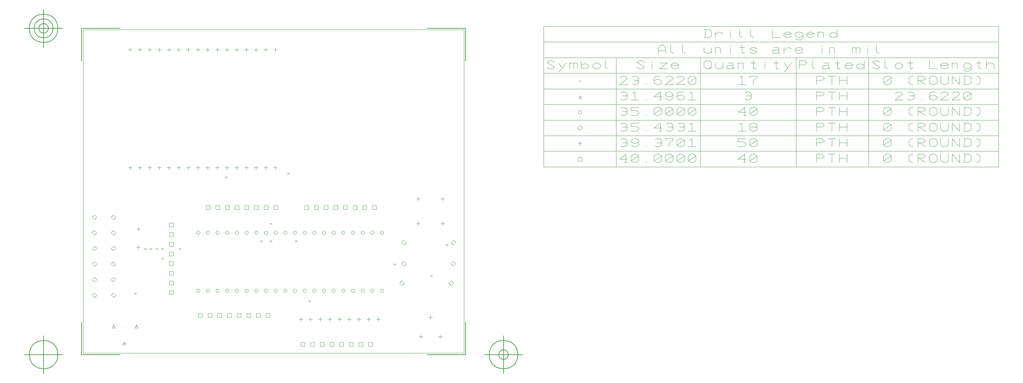
<source format=gbr>
G04 Generated by Ultiboard 13.0 *
%FSLAX24Y24*%
%MOIN*%

%ADD10C,0.0001*%
%ADD11C,0.0039*%
%ADD12C,0.0004*%
%ADD13C,0.0001*%
%ADD14C,0.0050*%


G04 ColorRGB 000000 for the following layer *
%LNDrill Symbols-Copper Top-Copper Bottom*%
%LPD*%
G54D11*
X34424Y15980D02*
X34817Y15980D01*
X34620Y15783D02*
X34620Y16176D01*
X34620Y13224D02*
X34620Y13617D01*
X34424Y13420D02*
X34817Y13420D01*
X37180Y15783D02*
X37180Y16176D01*
X36983Y15980D02*
X37376Y15980D01*
X36983Y13420D02*
X37376Y13420D01*
X37180Y13224D02*
X37180Y13617D01*
X5503Y12861D02*
X5897Y12861D01*
X5700Y12664D02*
X5700Y13057D01*
X5700Y10743D02*
X5700Y11136D01*
X5503Y10939D02*
X5897Y10939D01*
X30500Y3303D02*
X30500Y3697D01*
X30303Y3500D02*
X30697Y3500D01*
X29500Y3303D02*
X29500Y3697D01*
X29303Y3500D02*
X29697Y3500D01*
X28303Y3500D02*
X28697Y3500D01*
X28500Y3303D02*
X28500Y3697D01*
X27303Y3500D02*
X27697Y3500D01*
X27500Y3303D02*
X27500Y3697D01*
X26303Y3500D02*
X26697Y3500D01*
X26500Y3303D02*
X26500Y3697D01*
X25500Y3303D02*
X25500Y3697D01*
X25303Y3500D02*
X25697Y3500D01*
X24303Y3500D02*
X24697Y3500D01*
X24500Y3303D02*
X24500Y3697D01*
X23500Y3303D02*
X23500Y3697D01*
X23303Y3500D02*
X23697Y3500D01*
X22303Y3500D02*
X22697Y3500D01*
X22500Y3303D02*
X22500Y3697D01*
X34703Y1700D02*
X35097Y1700D01*
X34900Y1503D02*
X34900Y1897D01*
X36703Y1700D02*
X37097Y1700D01*
X36900Y1503D02*
X36900Y1897D01*
X35900Y3503D02*
X35900Y3897D01*
X35703Y3700D02*
X36097Y3700D01*
X4868Y19001D02*
X4868Y19394D01*
X4672Y19198D02*
X5065Y19198D01*
X5672Y19198D02*
X6065Y19198D01*
X5868Y19001D02*
X5868Y19394D01*
X6672Y19198D02*
X7065Y19198D01*
X6868Y19001D02*
X6868Y19394D01*
X7672Y19198D02*
X8065Y19198D01*
X7868Y19001D02*
X7868Y19394D01*
X8868Y19001D02*
X8868Y19394D01*
X8672Y19198D02*
X9065Y19198D01*
X9868Y19001D02*
X9868Y19394D01*
X9672Y19198D02*
X10065Y19198D01*
X10672Y19198D02*
X11065Y19198D01*
X10868Y19001D02*
X10868Y19394D01*
X11672Y19198D02*
X12065Y19198D01*
X11868Y19001D02*
X11868Y19394D01*
X12868Y19001D02*
X12868Y19394D01*
X12672Y19198D02*
X13065Y19198D01*
X13868Y19001D02*
X13868Y19394D01*
X13672Y19198D02*
X14065Y19198D01*
X14868Y19001D02*
X14868Y19394D01*
X14672Y19198D02*
X15065Y19198D01*
X15672Y19198D02*
X16065Y19198D01*
X15868Y19001D02*
X15868Y19394D01*
X16868Y19001D02*
X16868Y19394D01*
X16672Y19198D02*
X17065Y19198D01*
X17672Y19198D02*
X18065Y19198D01*
X17868Y19001D02*
X17868Y19394D01*
X18672Y19198D02*
X19065Y19198D01*
X18868Y19001D02*
X18868Y19394D01*
X19868Y19001D02*
X19868Y19394D01*
X19672Y19198D02*
X20065Y19198D01*
X4672Y31402D02*
X5065Y31402D01*
X4868Y31206D02*
X4868Y31599D01*
X5672Y31402D02*
X6065Y31402D01*
X5868Y31206D02*
X5868Y31599D01*
X6672Y31402D02*
X7065Y31402D01*
X6868Y31206D02*
X6868Y31599D01*
X7672Y31402D02*
X8065Y31402D01*
X7868Y31206D02*
X7868Y31599D01*
X8672Y31402D02*
X9065Y31402D01*
X8868Y31206D02*
X8868Y31599D01*
X9672Y31402D02*
X10065Y31402D01*
X9868Y31206D02*
X9868Y31599D01*
X10868Y31206D02*
X10868Y31599D01*
X10672Y31402D02*
X11065Y31402D01*
X11868Y31206D02*
X11868Y31599D01*
X11672Y31402D02*
X12065Y31402D01*
X12868Y31206D02*
X12868Y31599D01*
X12672Y31402D02*
X13065Y31402D01*
X13868Y31206D02*
X13868Y31599D01*
X13672Y31402D02*
X14065Y31402D01*
X14672Y31402D02*
X15065Y31402D01*
X14868Y31206D02*
X14868Y31599D01*
X15868Y31206D02*
X15868Y31599D01*
X15672Y31402D02*
X16065Y31402D01*
X16672Y31402D02*
X17065Y31402D01*
X16868Y31206D02*
X16868Y31599D01*
X17672Y31402D02*
X18065Y31402D01*
X17868Y31206D02*
X17868Y31599D01*
X18672Y31402D02*
X19065Y31402D01*
X18868Y31206D02*
X18868Y31599D01*
X19868Y31206D02*
X19868Y31599D01*
X19672Y31402D02*
X20065Y31402D01*
X12705Y14867D02*
X13105Y14867D01*
X13105Y15267D01*
X12705Y15267D01*
X12705Y14867D01*
X13705Y14867D02*
X14105Y14867D01*
X14105Y15267D01*
X13705Y15267D01*
X13705Y14867D01*
X14705Y14867D02*
X15105Y14867D01*
X15105Y15267D01*
X14705Y15267D01*
X14705Y14867D01*
X15705Y14867D02*
X16105Y14867D01*
X16105Y15267D01*
X15705Y15267D01*
X15705Y14867D01*
X16705Y14867D02*
X17105Y14867D01*
X17105Y15267D01*
X16705Y15267D01*
X16705Y14867D01*
X17705Y14867D02*
X18105Y14867D01*
X18105Y15267D01*
X17705Y15267D01*
X17705Y14867D01*
X18705Y14867D02*
X19105Y14867D01*
X19105Y15267D01*
X18705Y15267D01*
X18705Y14867D01*
X19705Y14867D02*
X20105Y14867D01*
X20105Y15267D01*
X19705Y15267D01*
X19705Y14867D01*
X22905Y14867D02*
X23305Y14867D01*
X23305Y15267D01*
X22905Y15267D01*
X22905Y14867D01*
X23905Y14867D02*
X24305Y14867D01*
X24305Y15267D01*
X23905Y15267D01*
X23905Y14867D01*
X24905Y14867D02*
X25305Y14867D01*
X25305Y15267D01*
X24905Y15267D01*
X24905Y14867D01*
X25905Y14867D02*
X26305Y14867D01*
X26305Y15267D01*
X25905Y15267D01*
X25905Y14867D01*
X26905Y14867D02*
X27305Y14867D01*
X27305Y15267D01*
X26905Y15267D01*
X26905Y14867D01*
X27905Y14867D02*
X28305Y14867D01*
X28305Y15267D01*
X27905Y15267D01*
X27905Y14867D01*
X28905Y14867D02*
X29305Y14867D01*
X29305Y15267D01*
X28905Y15267D01*
X28905Y14867D01*
X29905Y14867D02*
X30305Y14867D01*
X30305Y15267D01*
X29905Y15267D01*
X29905Y14867D01*
X8905Y6067D02*
X9305Y6067D01*
X9305Y6467D01*
X8905Y6467D01*
X8905Y6067D01*
X8905Y7067D02*
X9305Y7067D01*
X9305Y7467D01*
X8905Y7467D01*
X8905Y7067D01*
X8905Y8067D02*
X9305Y8067D01*
X9305Y8467D01*
X8905Y8467D01*
X8905Y8067D01*
X8905Y9067D02*
X9305Y9067D01*
X9305Y9467D01*
X8905Y9467D01*
X8905Y9067D01*
X8905Y10067D02*
X9305Y10067D01*
X9305Y10467D01*
X8905Y10467D01*
X8905Y10067D01*
X8905Y11067D02*
X9305Y11067D01*
X9305Y11467D01*
X8905Y11467D01*
X8905Y11067D01*
X8905Y12067D02*
X9305Y12067D01*
X9305Y12467D01*
X8905Y12467D01*
X8905Y12067D01*
X8905Y13067D02*
X9305Y13067D01*
X9305Y13467D01*
X8905Y13467D01*
X8905Y13067D01*
X29500Y700D02*
X29900Y700D01*
X29900Y1100D01*
X29500Y1100D01*
X29500Y700D01*
X28500Y700D02*
X28900Y700D01*
X28900Y1100D01*
X28500Y1100D01*
X28500Y700D01*
X27500Y700D02*
X27900Y700D01*
X27900Y1100D01*
X27500Y1100D01*
X27500Y700D01*
X26500Y700D02*
X26900Y700D01*
X26900Y1100D01*
X26500Y1100D01*
X26500Y700D01*
X25500Y700D02*
X25900Y700D01*
X25900Y1100D01*
X25500Y1100D01*
X25500Y700D01*
X24500Y700D02*
X24900Y700D01*
X24900Y1100D01*
X24500Y1100D01*
X24500Y700D01*
X23500Y700D02*
X23900Y700D01*
X23900Y1100D01*
X23500Y1100D01*
X23500Y700D01*
X22500Y700D02*
X22900Y700D01*
X22900Y1100D01*
X22500Y1100D01*
X22500Y700D01*
X18900Y3700D02*
X19300Y3700D01*
X19300Y4100D01*
X18900Y4100D01*
X18900Y3700D01*
X17900Y3700D02*
X18300Y3700D01*
X18300Y4100D01*
X17900Y4100D01*
X17900Y3700D01*
X16900Y3700D02*
X17300Y3700D01*
X17300Y4100D01*
X16900Y4100D01*
X16900Y3700D01*
X15900Y3700D02*
X16300Y3700D01*
X16300Y4100D01*
X15900Y4100D01*
X15900Y3700D01*
X14900Y3700D02*
X15300Y3700D01*
X15300Y4100D01*
X14900Y4100D01*
X14900Y3700D01*
X13900Y3700D02*
X14300Y3700D01*
X14300Y4100D01*
X13900Y4100D01*
X13900Y3700D01*
X12900Y3700D02*
X13300Y3700D01*
X13300Y4100D01*
X12900Y4100D01*
X12900Y3700D01*
X11900Y3700D02*
X12300Y3700D01*
X12300Y4100D01*
X11900Y4100D01*
X11900Y3700D01*
X56246Y20091D02*
X55458Y20091D01*
X56115Y20597D01*
X56115Y19753D01*
X55983Y19753D02*
X56246Y19753D01*
X56640Y20428D02*
X56902Y20597D01*
X57164Y20597D01*
X57427Y20428D01*
X57427Y19922D01*
X57164Y19753D01*
X56902Y19753D01*
X56640Y19922D01*
X56640Y20428D01*
X57427Y20428D02*
X56640Y19922D01*
X58214Y19753D02*
X58214Y19838D01*
X59002Y20428D02*
X59264Y20597D01*
X59527Y20597D01*
X59789Y20428D01*
X59789Y19922D01*
X59527Y19753D01*
X59264Y19753D01*
X59002Y19922D01*
X59002Y20428D01*
X59789Y20428D02*
X59002Y19922D01*
X60183Y20428D02*
X60445Y20597D01*
X60708Y20597D01*
X60970Y20428D01*
X60970Y19922D01*
X60708Y19753D01*
X60445Y19753D01*
X60183Y19922D01*
X60183Y20428D01*
X60970Y20428D02*
X60183Y19922D01*
X61364Y20428D02*
X61626Y20597D01*
X61889Y20597D01*
X62151Y20428D01*
X62151Y19922D01*
X61889Y19753D01*
X61626Y19753D01*
X61364Y19922D01*
X61364Y20428D01*
X62151Y20428D02*
X61364Y19922D01*
X62545Y20428D02*
X62807Y20597D01*
X63070Y20597D01*
X63332Y20428D01*
X63332Y19922D01*
X63070Y19753D01*
X62807Y19753D01*
X62545Y19922D01*
X62545Y20428D01*
X63332Y20428D02*
X62545Y19922D01*
X68490Y20091D02*
X67702Y20091D01*
X68359Y20597D01*
X68359Y19753D01*
X68227Y19753D02*
X68490Y19753D01*
X68884Y20428D02*
X69146Y20597D01*
X69409Y20597D01*
X69671Y20428D01*
X69671Y19922D01*
X69409Y19753D01*
X69146Y19753D01*
X68884Y19922D01*
X68884Y20428D01*
X69671Y20428D02*
X68884Y19922D01*
X75813Y19753D02*
X75813Y20597D01*
X76338Y20597D01*
X76600Y20428D01*
X76600Y20344D01*
X76338Y20175D01*
X75813Y20175D01*
X77388Y19753D02*
X77388Y20597D01*
X76994Y20597D02*
X77781Y20597D01*
X78175Y19753D02*
X78175Y20597D01*
X78962Y19753D02*
X78962Y20597D01*
X78175Y20175D02*
X78962Y20175D01*
X82742Y20428D02*
X83004Y20597D01*
X83267Y20597D01*
X83529Y20428D01*
X83529Y19922D01*
X83267Y19753D01*
X83004Y19753D01*
X82742Y19922D01*
X82742Y20428D01*
X83529Y20428D02*
X82742Y19922D01*
X85760Y19753D02*
X85629Y19753D01*
X85367Y19922D01*
X85367Y20428D01*
X85629Y20597D01*
X85760Y20597D01*
X86285Y19753D02*
X86285Y20597D01*
X86810Y20597D01*
X87073Y20428D01*
X87073Y20344D01*
X86810Y20175D01*
X86285Y20175D01*
X86416Y20175D02*
X87073Y19753D01*
X87466Y19922D02*
X87729Y19753D01*
X87991Y19753D01*
X88254Y19922D01*
X88254Y20428D01*
X87991Y20597D01*
X87729Y20597D01*
X87466Y20428D01*
X87466Y19922D01*
X88647Y20597D02*
X88647Y19922D01*
X88910Y19753D01*
X89172Y19753D01*
X89435Y19922D01*
X89435Y20597D01*
X89828Y19753D02*
X89828Y20597D01*
X90616Y19753D01*
X90616Y20597D01*
X91010Y19753D02*
X91535Y19753D01*
X91797Y19922D01*
X91797Y20428D01*
X91535Y20597D01*
X91010Y20597D01*
X91141Y20597D02*
X91141Y19753D01*
X92322Y20597D02*
X92453Y20597D01*
X92716Y20428D01*
X92716Y19922D01*
X92453Y19753D01*
X92322Y19753D01*
X51151Y19891D02*
X51551Y19891D01*
X51551Y20291D01*
X51151Y20291D01*
X51151Y19891D01*
X55590Y22127D02*
X55721Y22211D01*
X55983Y22211D01*
X56246Y22043D01*
X56246Y21874D01*
X56115Y21789D01*
X56246Y21705D01*
X56246Y21536D01*
X55983Y21368D01*
X55721Y21368D01*
X55590Y21452D01*
X55721Y21789D02*
X56115Y21789D01*
X56640Y21536D02*
X56902Y21368D01*
X57164Y21368D01*
X57427Y21536D01*
X57427Y21874D01*
X57427Y22043D01*
X57164Y22211D01*
X56902Y22211D01*
X56640Y22043D01*
X56640Y21874D01*
X56902Y21705D01*
X57164Y21705D01*
X57427Y21874D01*
X58214Y21368D02*
X58214Y21452D01*
X59133Y22127D02*
X59264Y22211D01*
X59527Y22211D01*
X59789Y22043D01*
X59789Y21874D01*
X59658Y21789D01*
X59789Y21705D01*
X59789Y21536D01*
X59527Y21368D01*
X59264Y21368D01*
X59133Y21452D01*
X59264Y21789D02*
X59658Y21789D01*
X60577Y21368D02*
X60577Y21789D01*
X60970Y22043D01*
X60970Y22211D01*
X60183Y22211D01*
X60183Y22043D01*
X61364Y22043D02*
X61626Y22211D01*
X61889Y22211D01*
X62151Y22043D01*
X62151Y21536D01*
X61889Y21368D01*
X61626Y21368D01*
X61364Y21536D01*
X61364Y22043D01*
X62151Y22043D02*
X61364Y21536D01*
X62676Y22043D02*
X62939Y22211D01*
X62939Y21368D01*
X62545Y21368D02*
X63332Y21368D01*
X68490Y22211D02*
X67702Y22211D01*
X67702Y21874D01*
X68227Y21874D01*
X68490Y21705D01*
X68490Y21536D01*
X68227Y21368D01*
X67702Y21368D01*
X68884Y22043D02*
X69146Y22211D01*
X69409Y22211D01*
X69671Y22043D01*
X69671Y21536D01*
X69409Y21368D01*
X69146Y21368D01*
X68884Y21536D01*
X68884Y22043D01*
X69671Y22043D02*
X68884Y21536D01*
X75813Y21368D02*
X75813Y22211D01*
X76338Y22211D01*
X76600Y22043D01*
X76600Y21958D01*
X76338Y21789D01*
X75813Y21789D01*
X77388Y21368D02*
X77388Y22211D01*
X76994Y22211D02*
X77781Y22211D01*
X78175Y21368D02*
X78175Y22211D01*
X78962Y21368D02*
X78962Y22211D01*
X78175Y21789D02*
X78962Y21789D01*
X82742Y22043D02*
X83004Y22211D01*
X83267Y22211D01*
X83529Y22043D01*
X83529Y21536D01*
X83267Y21368D01*
X83004Y21368D01*
X82742Y21536D01*
X82742Y22043D01*
X83529Y22043D02*
X82742Y21536D01*
X85760Y21368D02*
X85629Y21368D01*
X85367Y21536D01*
X85367Y22043D01*
X85629Y22211D01*
X85760Y22211D01*
X86285Y21368D02*
X86285Y22211D01*
X86810Y22211D01*
X87073Y22043D01*
X87073Y21958D01*
X86810Y21789D01*
X86285Y21789D01*
X86416Y21789D02*
X87073Y21368D01*
X87466Y21536D02*
X87729Y21368D01*
X87991Y21368D01*
X88254Y21536D01*
X88254Y22043D01*
X87991Y22211D01*
X87729Y22211D01*
X87466Y22043D01*
X87466Y21536D01*
X88647Y22211D02*
X88647Y21536D01*
X88910Y21368D01*
X89172Y21368D01*
X89435Y21536D01*
X89435Y22211D01*
X89828Y21368D02*
X89828Y22211D01*
X90616Y21368D01*
X90616Y22211D01*
X91010Y21368D02*
X91535Y21368D01*
X91797Y21536D01*
X91797Y22043D01*
X91535Y22211D01*
X91010Y22211D01*
X91141Y22211D02*
X91141Y21368D01*
X92322Y22211D02*
X92453Y22211D01*
X92716Y22043D01*
X92716Y21536D01*
X92453Y21368D01*
X92322Y21368D01*
X51351Y21508D02*
X51351Y21902D01*
X51154Y21705D02*
X51548Y21705D01*
X55590Y23741D02*
X55721Y23825D01*
X55983Y23825D01*
X56246Y23657D01*
X56246Y23488D01*
X56115Y23404D01*
X56246Y23319D01*
X56246Y23151D01*
X55983Y22982D01*
X55721Y22982D01*
X55590Y23066D01*
X55721Y23404D02*
X56115Y23404D01*
X57427Y23825D02*
X56640Y23825D01*
X56640Y23488D01*
X57164Y23488D01*
X57427Y23319D01*
X57427Y23151D01*
X57164Y22982D01*
X56640Y22982D01*
X58214Y22982D02*
X58214Y23066D01*
X59789Y23319D02*
X59002Y23319D01*
X59658Y23825D01*
X59658Y22982D01*
X59527Y22982D02*
X59789Y22982D01*
X60314Y23741D02*
X60445Y23825D01*
X60708Y23825D01*
X60970Y23657D01*
X60970Y23488D01*
X60839Y23404D01*
X60970Y23319D01*
X60970Y23151D01*
X60708Y22982D01*
X60445Y22982D01*
X60314Y23066D01*
X60445Y23404D02*
X60839Y23404D01*
X61495Y23741D02*
X61626Y23825D01*
X61889Y23825D01*
X62151Y23657D01*
X62151Y23488D01*
X62020Y23404D01*
X62151Y23319D01*
X62151Y23151D01*
X61889Y22982D01*
X61626Y22982D01*
X61495Y23066D01*
X61626Y23404D02*
X62020Y23404D01*
X62676Y23657D02*
X62939Y23825D01*
X62939Y22982D01*
X62545Y22982D02*
X63332Y22982D01*
X67834Y23657D02*
X68096Y23825D01*
X68096Y22982D01*
X67702Y22982D02*
X68490Y22982D01*
X69409Y22982D02*
X69146Y22982D01*
X68884Y23151D01*
X68884Y23319D01*
X69015Y23404D01*
X68884Y23488D01*
X68884Y23657D01*
X69146Y23825D01*
X69409Y23825D01*
X69671Y23657D01*
X69671Y23488D01*
X69540Y23404D01*
X69671Y23319D01*
X69671Y23151D01*
X69409Y22982D01*
X69015Y23404D02*
X69540Y23404D01*
X75813Y22982D02*
X75813Y23825D01*
X76338Y23825D01*
X76600Y23657D01*
X76600Y23572D01*
X76338Y23404D01*
X75813Y23404D01*
X77388Y22982D02*
X77388Y23825D01*
X76994Y23825D02*
X77781Y23825D01*
X78175Y22982D02*
X78175Y23825D01*
X78962Y22982D02*
X78962Y23825D01*
X78175Y23404D02*
X78962Y23404D01*
X82742Y23657D02*
X83004Y23825D01*
X83267Y23825D01*
X83529Y23657D01*
X83529Y23151D01*
X83267Y22982D01*
X83004Y22982D01*
X82742Y23151D01*
X82742Y23657D01*
X83529Y23657D02*
X82742Y23151D01*
X85760Y22982D02*
X85629Y22982D01*
X85367Y23151D01*
X85367Y23657D01*
X85629Y23825D01*
X85760Y23825D01*
X86285Y22982D02*
X86285Y23825D01*
X86810Y23825D01*
X87073Y23657D01*
X87073Y23572D01*
X86810Y23404D01*
X86285Y23404D01*
X86416Y23404D02*
X87073Y22982D01*
X87466Y23151D02*
X87729Y22982D01*
X87991Y22982D01*
X88254Y23151D01*
X88254Y23657D01*
X87991Y23825D01*
X87729Y23825D01*
X87466Y23657D01*
X87466Y23151D01*
X88647Y23825D02*
X88647Y23151D01*
X88910Y22982D01*
X89172Y22982D01*
X89435Y23151D01*
X89435Y23825D01*
X89828Y22982D02*
X89828Y23825D01*
X90616Y22982D01*
X90616Y23825D01*
X91010Y22982D02*
X91535Y22982D01*
X91797Y23151D01*
X91797Y23657D01*
X91535Y23825D01*
X91010Y23825D01*
X91141Y23825D02*
X91141Y22982D01*
X92322Y23825D02*
X92453Y23825D01*
X92716Y23657D01*
X92716Y23151D01*
X92453Y22982D01*
X92322Y22982D01*
X55590Y25355D02*
X55721Y25440D01*
X55983Y25440D01*
X56246Y25271D01*
X56246Y25102D01*
X56115Y25018D01*
X56246Y24933D01*
X56246Y24765D01*
X55983Y24596D01*
X55721Y24596D01*
X55590Y24680D01*
X55721Y25018D02*
X56115Y25018D01*
X57427Y25440D02*
X56640Y25440D01*
X56640Y25102D01*
X57164Y25102D01*
X57427Y24933D01*
X57427Y24765D01*
X57164Y24596D01*
X56640Y24596D01*
X58214Y24596D02*
X58214Y24680D01*
X59002Y25271D02*
X59264Y25440D01*
X59527Y25440D01*
X59789Y25271D01*
X59789Y24765D01*
X59527Y24596D01*
X59264Y24596D01*
X59002Y24765D01*
X59002Y25271D01*
X59789Y25271D02*
X59002Y24765D01*
X60183Y25271D02*
X60445Y25440D01*
X60708Y25440D01*
X60970Y25271D01*
X60970Y24765D01*
X60708Y24596D01*
X60445Y24596D01*
X60183Y24765D01*
X60183Y25271D01*
X60970Y25271D02*
X60183Y24765D01*
X61364Y25271D02*
X61626Y25440D01*
X61889Y25440D01*
X62151Y25271D01*
X62151Y24765D01*
X61889Y24596D01*
X61626Y24596D01*
X61364Y24765D01*
X61364Y25271D01*
X62151Y25271D02*
X61364Y24765D01*
X62545Y25271D02*
X62807Y25440D01*
X63070Y25440D01*
X63332Y25271D01*
X63332Y24765D01*
X63070Y24596D01*
X62807Y24596D01*
X62545Y24765D01*
X62545Y25271D01*
X63332Y25271D02*
X62545Y24765D01*
X68490Y24933D02*
X67702Y24933D01*
X68359Y25440D01*
X68359Y24596D01*
X68227Y24596D02*
X68490Y24596D01*
X68884Y25271D02*
X69146Y25440D01*
X69409Y25440D01*
X69671Y25271D01*
X69671Y24765D01*
X69409Y24596D01*
X69146Y24596D01*
X68884Y24765D01*
X68884Y25271D01*
X69671Y25271D02*
X68884Y24765D01*
X75813Y24596D02*
X75813Y25440D01*
X76338Y25440D01*
X76600Y25271D01*
X76600Y25187D01*
X76338Y25018D01*
X75813Y25018D01*
X77388Y24596D02*
X77388Y25440D01*
X76994Y25440D02*
X77781Y25440D01*
X78175Y24596D02*
X78175Y25440D01*
X78962Y24596D02*
X78962Y25440D01*
X78175Y25018D02*
X78962Y25018D01*
X82742Y25271D02*
X83004Y25440D01*
X83267Y25440D01*
X83529Y25271D01*
X83529Y24765D01*
X83267Y24596D01*
X83004Y24596D01*
X82742Y24765D01*
X82742Y25271D01*
X83529Y25271D02*
X82742Y24765D01*
X85760Y24596D02*
X85629Y24596D01*
X85367Y24765D01*
X85367Y25271D01*
X85629Y25440D01*
X85760Y25440D01*
X86285Y24596D02*
X86285Y25440D01*
X86810Y25440D01*
X87073Y25271D01*
X87073Y25187D01*
X86810Y25018D01*
X86285Y25018D01*
X86416Y25018D02*
X87073Y24596D01*
X87466Y24765D02*
X87729Y24596D01*
X87991Y24596D01*
X88254Y24765D01*
X88254Y25271D01*
X87991Y25440D01*
X87729Y25440D01*
X87466Y25271D01*
X87466Y24765D01*
X88647Y25440D02*
X88647Y24765D01*
X88910Y24596D01*
X89172Y24596D01*
X89435Y24765D01*
X89435Y25440D01*
X89828Y24596D02*
X89828Y25440D01*
X90616Y24596D01*
X90616Y25440D01*
X91010Y24596D02*
X91535Y24596D01*
X91797Y24765D01*
X91797Y25271D01*
X91535Y25440D01*
X91010Y25440D01*
X91141Y25440D02*
X91141Y24596D01*
X92322Y25440D02*
X92453Y25440D01*
X92716Y25271D01*
X92716Y24765D01*
X92453Y24596D01*
X92322Y24596D01*
X55590Y26969D02*
X55721Y27054D01*
X55983Y27054D01*
X56246Y26885D01*
X56246Y26716D01*
X56115Y26632D01*
X56246Y26548D01*
X56246Y26379D01*
X55983Y26210D01*
X55721Y26210D01*
X55590Y26295D01*
X55721Y26632D02*
X56115Y26632D01*
X56771Y26885D02*
X57033Y27054D01*
X57033Y26210D01*
X56640Y26210D02*
X57427Y26210D01*
X58214Y26210D02*
X58214Y26295D01*
X59789Y26548D02*
X59002Y26548D01*
X59658Y27054D01*
X59658Y26210D01*
X59527Y26210D02*
X59789Y26210D01*
X60183Y26379D02*
X60445Y26210D01*
X60708Y26210D01*
X60970Y26379D01*
X60970Y26716D01*
X60970Y26885D01*
X60708Y27054D01*
X60445Y27054D01*
X60183Y26885D01*
X60183Y26716D01*
X60445Y26548D01*
X60708Y26548D01*
X60970Y26716D01*
X62020Y27054D02*
X61626Y27054D01*
X61364Y26885D01*
X61364Y26548D01*
X61364Y26379D01*
X61626Y26210D01*
X61889Y26210D01*
X62151Y26379D01*
X62151Y26548D01*
X61889Y26716D01*
X61626Y26716D01*
X61364Y26548D01*
X62676Y26885D02*
X62939Y27054D01*
X62939Y26210D01*
X62545Y26210D02*
X63332Y26210D01*
X68424Y26969D02*
X68556Y27054D01*
X68818Y27054D01*
X69080Y26885D01*
X69080Y26716D01*
X68949Y26632D01*
X69080Y26548D01*
X69080Y26379D01*
X68818Y26210D01*
X68556Y26210D01*
X68424Y26295D01*
X68556Y26632D02*
X68949Y26632D01*
X75813Y26210D02*
X75813Y27054D01*
X76338Y27054D01*
X76600Y26885D01*
X76600Y26801D01*
X76338Y26632D01*
X75813Y26632D01*
X77388Y26210D02*
X77388Y27054D01*
X76994Y27054D02*
X77781Y27054D01*
X78175Y26210D02*
X78175Y27054D01*
X78962Y26210D02*
X78962Y27054D01*
X78175Y26632D02*
X78962Y26632D01*
X83923Y26885D02*
X84185Y27054D01*
X84448Y27054D01*
X84710Y26885D01*
X84710Y26801D01*
X83923Y26210D01*
X84710Y26210D01*
X84710Y26295D01*
X85235Y26969D02*
X85367Y27054D01*
X85629Y27054D01*
X85891Y26885D01*
X85891Y26716D01*
X85760Y26632D01*
X85891Y26548D01*
X85891Y26379D01*
X85629Y26210D01*
X85367Y26210D01*
X85235Y26295D01*
X85367Y26632D02*
X85760Y26632D01*
X86679Y26210D02*
X86679Y26295D01*
X88122Y27054D02*
X87729Y27054D01*
X87466Y26885D01*
X87466Y26548D01*
X87466Y26379D01*
X87729Y26210D01*
X87991Y26210D01*
X88254Y26379D01*
X88254Y26548D01*
X87991Y26716D01*
X87729Y26716D01*
X87466Y26548D01*
X88647Y26885D02*
X88910Y27054D01*
X89172Y27054D01*
X89435Y26885D01*
X89435Y26801D01*
X88647Y26210D01*
X89435Y26210D01*
X89435Y26295D01*
X89828Y26885D02*
X90091Y27054D01*
X90353Y27054D01*
X90616Y26885D01*
X90616Y26801D01*
X89828Y26210D01*
X90616Y26210D01*
X90616Y26295D01*
X91010Y26885D02*
X91272Y27054D01*
X91535Y27054D01*
X91797Y26885D01*
X91797Y26379D01*
X91535Y26210D01*
X91272Y26210D01*
X91010Y26379D01*
X91010Y26885D01*
X91797Y26885D02*
X91010Y26379D01*
X55458Y28499D02*
X55721Y28668D01*
X55983Y28668D01*
X56246Y28499D01*
X56246Y28415D01*
X55458Y27824D01*
X56246Y27824D01*
X56246Y27909D01*
X56771Y28584D02*
X56902Y28668D01*
X57164Y28668D01*
X57427Y28499D01*
X57427Y28331D01*
X57296Y28246D01*
X57427Y28162D01*
X57427Y27993D01*
X57164Y27824D01*
X56902Y27824D01*
X56771Y27909D01*
X56902Y28246D02*
X57296Y28246D01*
X58214Y27824D02*
X58214Y27909D01*
X59658Y28668D02*
X59264Y28668D01*
X59002Y28499D01*
X59002Y28162D01*
X59002Y27993D01*
X59264Y27824D01*
X59527Y27824D01*
X59789Y27993D01*
X59789Y28162D01*
X59527Y28331D01*
X59264Y28331D01*
X59002Y28162D01*
X60183Y28499D02*
X60445Y28668D01*
X60708Y28668D01*
X60970Y28499D01*
X60970Y28415D01*
X60183Y27824D01*
X60970Y27824D01*
X60970Y27909D01*
X61364Y28499D02*
X61626Y28668D01*
X61889Y28668D01*
X62151Y28499D01*
X62151Y28415D01*
X61364Y27824D01*
X62151Y27824D01*
X62151Y27909D01*
X62545Y28499D02*
X62807Y28668D01*
X63070Y28668D01*
X63332Y28499D01*
X63332Y27993D01*
X63070Y27824D01*
X62807Y27824D01*
X62545Y27993D01*
X62545Y28499D01*
X63332Y28499D02*
X62545Y27993D01*
X67834Y28499D02*
X68096Y28668D01*
X68096Y27824D01*
X67702Y27824D02*
X68490Y27824D01*
X69277Y27824D02*
X69277Y28246D01*
X69671Y28499D01*
X69671Y28668D01*
X68884Y28668D01*
X68884Y28499D01*
X75813Y27824D02*
X75813Y28668D01*
X76338Y28668D01*
X76600Y28499D01*
X76600Y28415D01*
X76338Y28246D01*
X75813Y28246D01*
X77388Y27824D02*
X77388Y28668D01*
X76994Y28668D02*
X77781Y28668D01*
X78175Y27824D02*
X78175Y28668D01*
X78962Y27824D02*
X78962Y28668D01*
X78175Y28246D02*
X78962Y28246D01*
X82742Y28499D02*
X83004Y28668D01*
X83267Y28668D01*
X83529Y28499D01*
X83529Y27993D01*
X83267Y27824D01*
X83004Y27824D01*
X82742Y27993D01*
X82742Y28499D01*
X83529Y28499D02*
X82742Y27993D01*
X85760Y27824D02*
X85629Y27824D01*
X85367Y27993D01*
X85367Y28499D01*
X85629Y28668D01*
X85760Y28668D01*
X86285Y27824D02*
X86285Y28668D01*
X86810Y28668D01*
X87073Y28499D01*
X87073Y28415D01*
X86810Y28246D01*
X86285Y28246D01*
X86416Y28246D02*
X87073Y27824D01*
X87466Y27993D02*
X87729Y27824D01*
X87991Y27824D01*
X88254Y27993D01*
X88254Y28499D01*
X87991Y28668D01*
X87729Y28668D01*
X87466Y28499D01*
X87466Y27993D01*
X88647Y28668D02*
X88647Y27993D01*
X88910Y27824D01*
X89172Y27824D01*
X89435Y27993D01*
X89435Y28668D01*
X89828Y27824D02*
X89828Y28668D01*
X90616Y27824D01*
X90616Y28668D01*
X91010Y27824D02*
X91535Y27824D01*
X91797Y27993D01*
X91797Y28499D01*
X91535Y28668D01*
X91010Y28668D01*
X91141Y28668D02*
X91141Y27824D01*
X92322Y28668D02*
X92453Y28668D01*
X92716Y28499D01*
X92716Y27993D01*
X92453Y27824D01*
X92322Y27824D01*
G54D12*
X32116Y9284D02*
X32284Y9116D01*
X32116Y9116D02*
X32284Y9284D01*
X21116Y18684D02*
X21284Y18516D01*
X21116Y18516D02*
X21284Y18684D01*
X23316Y5484D02*
X23484Y5316D01*
X23316Y5316D02*
X23484Y5484D01*
X18316Y11684D02*
X18484Y11516D01*
X18316Y11516D02*
X18484Y11684D01*
X14716Y18284D02*
X14884Y18116D01*
X14716Y18116D02*
X14884Y18284D01*
X5316Y6284D02*
X5484Y6116D01*
X5316Y6116D02*
X5484Y6284D01*
X7516Y10884D02*
X7684Y10716D01*
X7516Y10716D02*
X7684Y10884D01*
X6316Y10716D02*
X6484Y10884D01*
X6316Y10884D02*
X6484Y10716D01*
X9916Y10884D02*
X10084Y10716D01*
X9916Y10716D02*
X10084Y10884D01*
X8116Y10884D02*
X8284Y10716D01*
X8116Y10716D02*
X8284Y10884D01*
X35916Y7916D02*
X36084Y8084D01*
X35916Y8084D02*
X36084Y7916D01*
X37516Y11284D02*
X37684Y11116D01*
X37516Y11116D02*
X37684Y11284D01*
X21916Y11684D02*
X22084Y11516D01*
X21916Y11516D02*
X22084Y11684D01*
X8116Y9884D02*
X8284Y9716D01*
X8116Y9716D02*
X8284Y9884D01*
X19316Y11684D02*
X19484Y11516D01*
X19316Y11516D02*
X19484Y11684D01*
X19316Y13316D02*
X19484Y13484D01*
X19316Y13484D02*
X19484Y13316D01*
X6916Y10884D02*
X7084Y10716D01*
X6916Y10716D02*
X7084Y10884D01*
X25730Y12467D02*
G75*
D01*
G02X25730Y12467I175J0*
G01*
X25730Y6467D02*
G75*
D01*
G02X25730Y6467I175J0*
G01*
X28730Y6467D02*
G75*
D01*
G02X28730Y6467I175J0*
G01*
X29730Y6467D02*
G75*
D01*
G02X29730Y6467I175J0*
G01*
X30730Y6467D02*
G75*
D01*
G02X30730Y6467I175J0*
G01*
X26730Y6467D02*
G75*
D01*
G02X26730Y6467I175J0*
G01*
X27730Y6467D02*
G75*
D01*
G02X27730Y6467I175J0*
G01*
X19730Y6467D02*
G75*
D01*
G02X19730Y6467I175J0*
G01*
X22730Y6467D02*
G75*
D01*
G02X22730Y6467I175J0*
G01*
X23730Y6467D02*
G75*
D01*
G02X23730Y6467I175J0*
G01*
X24730Y6467D02*
G75*
D01*
G02X24730Y6467I175J0*
G01*
X20730Y6467D02*
G75*
D01*
G02X20730Y6467I175J0*
G01*
X21730Y6467D02*
G75*
D01*
G02X21730Y6467I175J0*
G01*
X16730Y6467D02*
G75*
D01*
G02X16730Y6467I175J0*
G01*
X17730Y6467D02*
G75*
D01*
G02X17730Y6467I175J0*
G01*
X18730Y6467D02*
G75*
D01*
G02X18730Y6467I175J0*
G01*
X13730Y6467D02*
G75*
D01*
G02X13730Y6467I175J0*
G01*
X14730Y6467D02*
G75*
D01*
G02X14730Y6467I175J0*
G01*
X15730Y6467D02*
G75*
D01*
G02X15730Y6467I175J0*
G01*
X12730Y6467D02*
G75*
D01*
G02X12730Y6467I175J0*
G01*
X11730Y6467D02*
G75*
D01*
G02X11730Y6467I175J0*
G01*
X28730Y12467D02*
G75*
D01*
G02X28730Y12467I175J0*
G01*
X29730Y12467D02*
G75*
D01*
G02X29730Y12467I175J0*
G01*
X30730Y12467D02*
G75*
D01*
G02X30730Y12467I175J0*
G01*
X26730Y12467D02*
G75*
D01*
G02X26730Y12467I175J0*
G01*
X27730Y12467D02*
G75*
D01*
G02X27730Y12467I175J0*
G01*
X19730Y12467D02*
G75*
D01*
G02X19730Y12467I175J0*
G01*
X22730Y12467D02*
G75*
D01*
G02X22730Y12467I175J0*
G01*
X23730Y12467D02*
G75*
D01*
G02X23730Y12467I175J0*
G01*
X24730Y12467D02*
G75*
D01*
G02X24730Y12467I175J0*
G01*
X21730Y12467D02*
G75*
D01*
G02X21730Y12467I175J0*
G01*
X20730Y12467D02*
G75*
D01*
G02X20730Y12467I175J0*
G01*
X16730Y12467D02*
G75*
D01*
G02X16730Y12467I175J0*
G01*
X18730Y12467D02*
G75*
D01*
G02X18730Y12467I175J0*
G01*
X17730Y12467D02*
G75*
D01*
G02X17730Y12467I175J0*
G01*
X13730Y12467D02*
G75*
D01*
G02X13730Y12467I175J0*
G01*
X15730Y12467D02*
G75*
D01*
G02X15730Y12467I175J0*
G01*
X14730Y12467D02*
G75*
D01*
G02X14730Y12467I175J0*
G01*
X12730Y12467D02*
G75*
D01*
G02X12730Y12467I175J0*
G01*
X11730Y12467D02*
G75*
D01*
G02X11730Y12467I175J0*
G01*
X3124Y5756D02*
X3374Y6006D01*
X3124Y6257D01*
X2873Y6006D01*
X3124Y5756D01*
X1155Y5756D02*
X1406Y6006D01*
X1155Y6257D01*
X905Y6006D01*
X1155Y5756D01*
X2980Y2624D02*
X3295Y2624D01*
X3138Y2893D01*
X2980Y2624D01*
X3138Y2782D02*
X3138Y3018D01*
X5343Y2624D02*
X5657Y2624D01*
X5500Y2893D01*
X5343Y2624D01*
X5500Y2782D02*
X5500Y3018D01*
X4043Y892D02*
X4358Y892D01*
X4201Y1161D01*
X4043Y892D01*
X4201Y1050D02*
X4437Y1050D01*
X3124Y7370D02*
X3374Y7620D01*
X3124Y7871D01*
X2873Y7620D01*
X3124Y7370D01*
X1155Y7370D02*
X1406Y7620D01*
X1155Y7871D01*
X905Y7620D01*
X1155Y7370D01*
X3124Y8984D02*
X3374Y9235D01*
X3124Y9485D01*
X2873Y9235D01*
X3124Y8984D01*
X1155Y8984D02*
X1406Y9235D01*
X1155Y9485D01*
X905Y9235D01*
X1155Y8984D01*
X3124Y10598D02*
X3374Y10849D01*
X3124Y11099D01*
X2873Y10849D01*
X3124Y10598D01*
X1155Y10598D02*
X1406Y10849D01*
X1155Y11099D01*
X905Y10849D01*
X1155Y10598D01*
X3124Y12212D02*
X3374Y12463D01*
X3124Y12714D01*
X2873Y12463D01*
X3124Y12212D01*
X1155Y12212D02*
X1406Y12463D01*
X1155Y12714D01*
X905Y12463D01*
X1155Y12212D01*
X3124Y13827D02*
X3374Y14077D01*
X3124Y14328D01*
X2873Y14077D01*
X3124Y13827D01*
X1155Y13827D02*
X1406Y14077D01*
X1155Y14328D01*
X905Y14077D01*
X1155Y13827D01*
X38053Y7003D02*
X38304Y7253D01*
X38053Y7504D01*
X37803Y7253D01*
X38053Y7003D01*
X32935Y7003D02*
X33186Y7253D01*
X32935Y7504D01*
X32684Y7253D01*
X32935Y7003D01*
X38253Y9003D02*
X38504Y9253D01*
X38253Y9504D01*
X38003Y9253D01*
X38253Y9003D01*
X33135Y9003D02*
X33386Y9253D01*
X33135Y9504D01*
X32884Y9253D01*
X33135Y9003D01*
X38253Y11203D02*
X38504Y11453D01*
X38253Y11704D01*
X38003Y11453D01*
X38253Y11203D01*
X33135Y11203D02*
X33386Y11453D01*
X33135Y11704D01*
X32884Y11453D01*
X33135Y11203D01*
X51351Y23069D02*
X51601Y23319D01*
X51351Y23570D01*
X51100Y23319D01*
X51351Y23069D01*
X51176Y24933D02*
G75*
D01*
G02X51176Y24933I175J0*
G01*
X51193Y26390D02*
X51508Y26390D01*
X51351Y26659D01*
X51193Y26390D01*
X51267Y28078D02*
X51434Y28245D01*
X51267Y28245D02*
X51434Y28078D01*
G04 ColorRGB 00FFFF for the following layer *
%LNBoard Outline*%
%LPD*%
G54D10*
G54D13*
X0Y0D02*
X39370Y0D01*
X39370Y33465D01*
X0Y33465D01*
X0Y0D01*
G54D14*
X-150Y-150D02*
X-150Y3226D01*
X-150Y-150D02*
X3817Y-150D01*
X39520Y-150D02*
X35553Y-150D01*
X39520Y-150D02*
X39520Y3226D01*
X39520Y33615D02*
X39520Y30238D01*
X39520Y33615D02*
X35553Y33615D01*
X-150Y33615D02*
X3817Y33615D01*
X-150Y33615D02*
X-150Y30238D01*
X-2119Y-150D02*
X-6056Y-150D01*
X-4087Y-2119D02*
X-4087Y1819D01*
X-5563Y-150D02*
G75*
D01*
G02X-5563Y-150I1476J0*
G01*
X41489Y-150D02*
X45426Y-150D01*
X43457Y-2119D02*
X43457Y1819D01*
X41981Y-150D02*
G75*
D01*
G02X41981Y-150I1476J0*
G01*
X42965Y-150D02*
G75*
D01*
G02X42965Y-150I492J0*
G01*
X-2119Y33615D02*
X-6056Y33615D01*
X-4087Y31646D02*
X-4087Y35583D01*
X-5563Y33615D02*
G75*
D01*
G02X-5563Y33615I1476J0*
G01*
X-5071Y33615D02*
G75*
D01*
G02X-5071Y33615I984J0*
G01*
X-4579Y33615D02*
G75*
D01*
G02X-4579Y33615I492J0*
G01*
G04 ColorRGB 66FFCC for the following layer *
%LNLegend Description*%
%LPD*%
G54D11*
X47591Y19284D02*
X94638Y19284D01*
X94638Y33811D01*
X47591Y33811D01*
X47591Y19284D01*
X55111Y30583D02*
X55111Y19284D01*
X63811Y30583D02*
X63811Y19284D01*
X73693Y30583D02*
X73693Y19284D01*
X81213Y30583D02*
X81213Y19284D01*
X94638Y30583D02*
X94638Y19284D01*
X47591Y20898D02*
X94638Y20898D01*
X47591Y22512D02*
X94638Y22512D01*
X47591Y24126D02*
X94638Y24126D01*
X47591Y25741D02*
X94638Y25741D01*
X47591Y27355D02*
X94638Y27355D01*
X47591Y28969D02*
X94638Y28969D01*
X47939Y29607D02*
X48201Y29439D01*
X48464Y29439D01*
X48726Y29607D01*
X47939Y30113D01*
X48201Y30282D01*
X48464Y30282D01*
X48726Y30113D01*
X49120Y29185D02*
X49251Y29185D01*
X49907Y30029D01*
X49120Y30029D02*
X49514Y29523D01*
X50301Y29439D02*
X50301Y29945D01*
X50301Y30029D01*
X50301Y29945D02*
X50432Y30029D01*
X50563Y30029D01*
X50695Y29945D01*
X50826Y30029D01*
X50957Y30029D01*
X51088Y29945D01*
X51088Y29439D01*
X50695Y29945D02*
X50695Y29439D01*
X51482Y29607D02*
X51744Y29439D01*
X52007Y29439D01*
X52269Y29607D01*
X52269Y29776D01*
X52007Y29945D01*
X51744Y29945D01*
X51482Y29776D01*
X51482Y30282D02*
X51482Y29439D01*
X52663Y29607D02*
X52926Y29439D01*
X53188Y29439D01*
X53451Y29607D01*
X53451Y29860D01*
X53188Y30029D01*
X52926Y30029D01*
X52663Y29860D01*
X52663Y29607D01*
X53975Y30282D02*
X53975Y29607D01*
X54238Y29439D01*
X57230Y29607D02*
X57493Y29439D01*
X57755Y29439D01*
X58017Y29607D01*
X57230Y30113D01*
X57493Y30282D01*
X57755Y30282D01*
X58017Y30113D01*
X58805Y29439D02*
X58805Y29945D01*
X58805Y30113D02*
X58805Y30198D01*
X59592Y30029D02*
X60380Y30029D01*
X59592Y29439D01*
X60380Y29439D01*
X61561Y29607D02*
X61298Y29439D01*
X61036Y29439D01*
X60773Y29607D01*
X60773Y29860D01*
X61036Y30029D01*
X61298Y30029D01*
X61561Y29860D01*
X61430Y29776D01*
X60773Y29776D01*
X64159Y29607D02*
X64422Y29439D01*
X64684Y29439D01*
X64947Y29607D01*
X64947Y30113D01*
X64684Y30282D01*
X64422Y30282D01*
X64159Y30113D01*
X64159Y29607D01*
X64684Y29607D02*
X64947Y29439D01*
X65340Y30029D02*
X65340Y29607D01*
X65603Y29439D01*
X65865Y29439D01*
X66128Y29607D01*
X66128Y30029D01*
X66128Y29607D02*
X66128Y29439D01*
X66653Y30029D02*
X67046Y30029D01*
X67178Y29945D01*
X67178Y29523D01*
X67046Y29439D01*
X66653Y29439D01*
X66521Y29523D01*
X66521Y29692D01*
X66653Y29776D01*
X67178Y29776D01*
X67178Y29523D02*
X67309Y29439D01*
X67702Y29439D02*
X67702Y29945D01*
X67702Y30029D01*
X67702Y29945D02*
X67834Y30029D01*
X68096Y30029D01*
X68227Y29945D01*
X68227Y29439D01*
X69540Y29523D02*
X69409Y29439D01*
X69277Y29523D01*
X69277Y30282D01*
X69015Y30029D02*
X69540Y30029D01*
X70458Y29439D02*
X70458Y29945D01*
X70458Y30113D02*
X70458Y30198D01*
X71902Y29523D02*
X71771Y29439D01*
X71640Y29523D01*
X71640Y30282D01*
X71377Y30029D02*
X71902Y30029D01*
X72427Y29185D02*
X72558Y29185D01*
X73214Y30029D01*
X72427Y30029D02*
X72821Y29523D01*
X74041Y29439D02*
X74041Y30282D01*
X74566Y30282D01*
X74828Y30113D01*
X74828Y30029D01*
X74566Y29860D01*
X74041Y29860D01*
X75353Y30282D02*
X75353Y29607D01*
X75616Y29439D01*
X76535Y30029D02*
X76928Y30029D01*
X77059Y29945D01*
X77059Y29523D01*
X76928Y29439D01*
X76535Y29439D01*
X76403Y29523D01*
X76403Y29692D01*
X76535Y29776D01*
X77059Y29776D01*
X77059Y29523D02*
X77191Y29439D01*
X78241Y29523D02*
X78109Y29439D01*
X77978Y29523D01*
X77978Y30282D01*
X77716Y30029D02*
X78241Y30029D01*
X79553Y29607D02*
X79290Y29439D01*
X79028Y29439D01*
X78765Y29607D01*
X78765Y29860D01*
X79028Y30029D01*
X79290Y30029D01*
X79553Y29860D01*
X79422Y29776D01*
X78765Y29776D01*
X80734Y29607D02*
X80472Y29439D01*
X80209Y29439D01*
X79947Y29607D01*
X79947Y29776D01*
X80209Y29945D01*
X80472Y29945D01*
X80734Y29776D01*
X80734Y30282D02*
X80734Y29439D01*
X81561Y29607D02*
X81823Y29439D01*
X82086Y29439D01*
X82348Y29607D01*
X81561Y30113D01*
X81823Y30282D01*
X82086Y30282D01*
X82348Y30113D01*
X82873Y30282D02*
X82873Y29607D01*
X83136Y29439D01*
X83923Y29607D02*
X84185Y29439D01*
X84448Y29439D01*
X84710Y29607D01*
X84710Y29860D01*
X84448Y30029D01*
X84185Y30029D01*
X83923Y29860D01*
X83923Y29607D01*
X85760Y29523D02*
X85629Y29439D01*
X85498Y29523D01*
X85498Y30282D01*
X85235Y30029D02*
X85760Y30029D01*
X87466Y30282D02*
X87466Y29439D01*
X88254Y29439D01*
X89435Y29607D02*
X89172Y29439D01*
X88910Y29439D01*
X88647Y29607D01*
X88647Y29860D01*
X88910Y30029D01*
X89172Y30029D01*
X89435Y29860D01*
X89304Y29776D01*
X88647Y29776D01*
X89828Y29439D02*
X89828Y29945D01*
X89828Y30029D01*
X89828Y29945D02*
X89960Y30029D01*
X90222Y30029D01*
X90353Y29945D01*
X90353Y29439D01*
X91010Y29354D02*
X91272Y29185D01*
X91535Y29185D01*
X91797Y29354D01*
X91797Y29607D01*
X91797Y29860D01*
X91535Y30029D01*
X91272Y30029D01*
X91010Y29860D01*
X91010Y29607D01*
X91272Y29439D01*
X91535Y29439D01*
X91797Y29607D01*
X92847Y29523D02*
X92716Y29439D01*
X92584Y29523D01*
X92584Y30282D01*
X92322Y30029D02*
X92847Y30029D01*
X93372Y29860D02*
X93634Y30029D01*
X93897Y30029D01*
X94159Y29860D01*
X94159Y29439D01*
X93372Y30282D02*
X93372Y29439D01*
X47591Y30583D02*
X94638Y30583D01*
X59435Y31053D02*
X59435Y31559D01*
X59697Y31896D01*
X59960Y31896D01*
X60222Y31559D01*
X60222Y31053D01*
X59435Y31306D02*
X60222Y31306D01*
X60747Y31896D02*
X60747Y31221D01*
X61010Y31053D01*
X61928Y31896D02*
X61928Y31221D01*
X62191Y31053D01*
X64159Y31643D02*
X64159Y31221D01*
X64422Y31053D01*
X64684Y31053D01*
X64947Y31221D01*
X64947Y31643D01*
X64947Y31221D02*
X64947Y31053D01*
X65340Y31053D02*
X65340Y31559D01*
X65340Y31643D01*
X65340Y31559D02*
X65472Y31643D01*
X65734Y31643D01*
X65865Y31559D01*
X65865Y31053D01*
X66915Y31053D02*
X66915Y31559D01*
X66915Y31728D02*
X66915Y31812D01*
X68359Y31137D02*
X68227Y31053D01*
X68096Y31137D01*
X68096Y31896D01*
X67834Y31643D02*
X68359Y31643D01*
X68884Y31221D02*
X69146Y31053D01*
X69409Y31053D01*
X69671Y31221D01*
X68884Y31475D01*
X69146Y31643D01*
X69409Y31643D01*
X69671Y31475D01*
X71377Y31643D02*
X71771Y31643D01*
X71902Y31559D01*
X71902Y31137D01*
X71771Y31053D01*
X71377Y31053D01*
X71246Y31137D01*
X71246Y31306D01*
X71377Y31390D01*
X71902Y31390D01*
X71902Y31137D02*
X72033Y31053D01*
X72427Y31390D02*
X72821Y31643D01*
X72952Y31643D01*
X73214Y31475D01*
X72427Y31053D02*
X72427Y31643D01*
X74395Y31221D02*
X74133Y31053D01*
X73870Y31053D01*
X73608Y31221D01*
X73608Y31475D01*
X73870Y31643D01*
X74133Y31643D01*
X74395Y31475D01*
X74264Y31390D01*
X73608Y31390D01*
X76364Y31053D02*
X76364Y31559D01*
X76364Y31728D02*
X76364Y31812D01*
X77151Y31053D02*
X77151Y31559D01*
X77151Y31643D01*
X77151Y31559D02*
X77283Y31643D01*
X77545Y31643D01*
X77676Y31559D01*
X77676Y31053D01*
X79514Y31053D02*
X79514Y31559D01*
X79514Y31643D01*
X79514Y31559D02*
X79645Y31643D01*
X79776Y31643D01*
X79907Y31559D01*
X80038Y31643D01*
X80170Y31643D01*
X80301Y31559D01*
X80301Y31053D01*
X79907Y31559D02*
X79907Y31053D01*
X81088Y31053D02*
X81088Y31559D01*
X81088Y31728D02*
X81088Y31812D01*
X82007Y31896D02*
X82007Y31221D01*
X82269Y31053D01*
X47591Y32197D02*
X94638Y32197D01*
X64159Y32667D02*
X64684Y32667D01*
X64947Y32836D01*
X64947Y33342D01*
X64684Y33511D01*
X64159Y33511D01*
X64290Y33511D02*
X64290Y32667D01*
X65340Y33004D02*
X65734Y33257D01*
X65865Y33257D01*
X66128Y33089D01*
X65340Y32667D02*
X65340Y33257D01*
X66915Y32667D02*
X66915Y33173D01*
X66915Y33342D02*
X66915Y33426D01*
X67834Y33511D02*
X67834Y32836D01*
X68096Y32667D01*
X69015Y33511D02*
X69015Y32836D01*
X69277Y32667D01*
X71246Y33511D02*
X71246Y32667D01*
X72033Y32667D01*
X73214Y32836D02*
X72952Y32667D01*
X72689Y32667D01*
X72427Y32836D01*
X72427Y33089D01*
X72689Y33257D01*
X72952Y33257D01*
X73214Y33089D01*
X73083Y33004D01*
X72427Y33004D01*
X73608Y32583D02*
X73870Y32414D01*
X74133Y32414D01*
X74395Y32583D01*
X74395Y32836D01*
X74395Y33089D01*
X74133Y33257D01*
X73870Y33257D01*
X73608Y33089D01*
X73608Y32836D01*
X73870Y32667D01*
X74133Y32667D01*
X74395Y32836D01*
X75577Y32836D02*
X75314Y32667D01*
X75052Y32667D01*
X74789Y32836D01*
X74789Y33089D01*
X75052Y33257D01*
X75314Y33257D01*
X75577Y33089D01*
X75445Y33004D01*
X74789Y33004D01*
X75970Y32667D02*
X75970Y33173D01*
X75970Y33257D01*
X75970Y33173D02*
X76101Y33257D01*
X76364Y33257D01*
X76495Y33173D01*
X76495Y32667D01*
X77939Y32836D02*
X77676Y32667D01*
X77414Y32667D01*
X77151Y32836D01*
X77151Y33004D01*
X77414Y33173D01*
X77676Y33173D01*
X77939Y33004D01*
X77939Y33511D02*
X77939Y32667D01*

M02*

</source>
